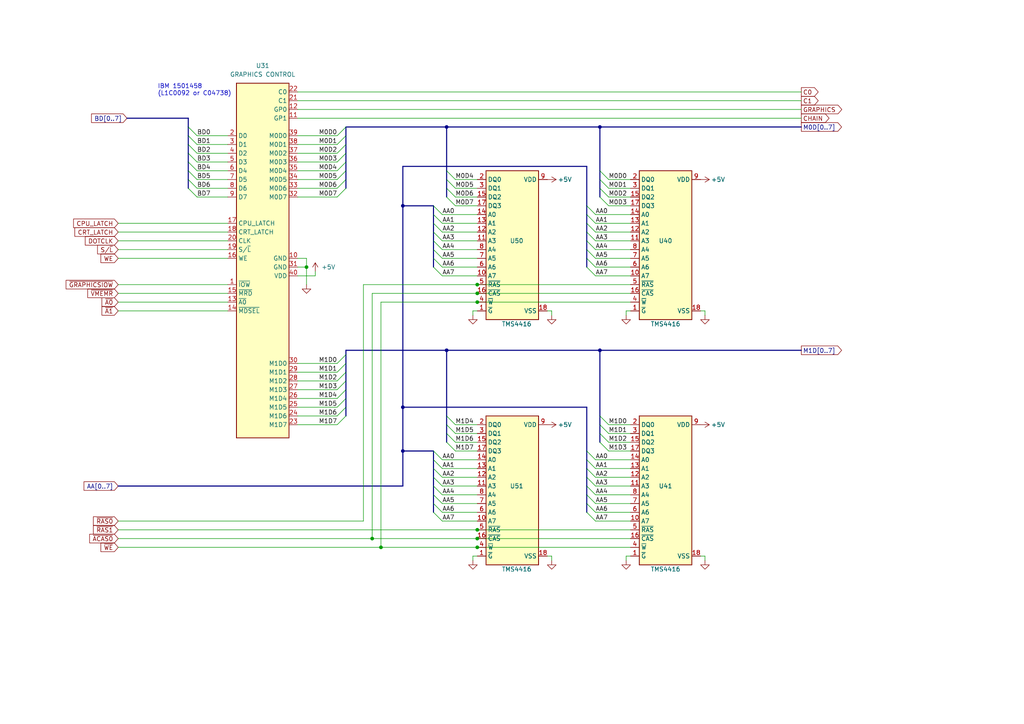
<source format=kicad_sch>
(kicad_sch (version 20230121) (generator eeschema)
  (paper "A4")
  (lib_symbols
    (symbol "EGACard:GRA_CNTL_LSI"
      (property "Reference" "U" (at 2.54 1.27 0))
      (property "Value" "GRAPHICS CONTROL" (at 0 0 0))
      (symbol "GRA_CNTL_LSI_1_1"
        (rectangle (start 0 0) (end 15.24 -102.87) (stroke (width 0.254)) (fill (type background)))
        (pin input line (at -2.54 -58.42 0) (length 2.54) (name "~{IOW}") (number "1"))
        (pin power_in line (at 17.78 -50.8 180) (length 2.54) (name "GND") (number "10"))
        (pin output line (at 17.78 -10.16 180) (length 2.54) (name "GP1") (number "11"))
        (pin output line (at 17.78 -7.62 180) (length 2.54) (name "GP0") (number "12"))
        (pin input line (at -2.54 -63.5 0) (length 2.54) (name "~{A0}") (number "13"))
        (pin input line (at -2.54 -66.04 0) (length 2.54) (name "~{MDSEL}") (number "14"))
        (pin input line (at -2.54 -60.96 0) (length 2.54) (name "~{MRD}") (number "15"))
        (pin input line (at -2.54 -50.8 0) (length 2.54) (name "WE") (number "16"))
        (pin input line (at -2.54 -40.64 0) (length 2.54) (name "CPU_LATCH") (number "17"))
        (pin input line (at -2.54 -43.18 0) (length 2.54) (name "CRT_LATCH") (number "18"))
        (pin input line (at -2.54 -48.26 0) (length 2.54) (name "S/~{L}") (number "19"))
        (pin bidirectional line (at -2.54 -15.24 0) (length 2.54) (name "D0") (number "2"))
        (pin input line (at -2.54 -45.72 0) (length 2.54) (name "CLK") (number "20"))
        (pin output line (at 17.78 -5.08 180) (length 2.54) (name "C1") (number "21"))
        (pin output line (at 17.78 -2.54 180) (length 2.54) (name "C0") (number "22"))
        (pin output line (at 17.78 -99.06 180) (length 2.54) (name "M1D7") (number "23"))
        (pin output line (at 17.78 -96.52 180) (length 2.54) (name "M1D6") (number "24"))
        (pin output line (at 17.78 -93.98 180) (length 2.54) (name "M1D5") (number "25"))
        (pin output line (at 17.78 -91.44 180) (length 2.54) (name "M1D4") (number "26"))
        (pin output line (at 17.78 -88.9 180) (length 2.54) (name "M1D3") (number "27"))
        (pin output line (at 17.78 -86.36 180) (length 2.54) (name "M1D2") (number "28"))
        (pin output line (at 17.78 -83.82 180) (length 2.54) (name "M1D1") (number "29"))
        (pin bidirectional line (at -2.54 -17.78 0) (length 2.54) (name "D1") (number "3"))
        (pin output line (at 17.78 -81.28 180) (length 2.54) (name "M1D0") (number "30"))
        (pin power_in line (at 17.78 -53.34 180) (length 2.54) (name "GND") (number "31"))
        (pin bidirectional line (at 17.78 -33.02 180) (length 2.54) (name "M0D7") (number "32"))
        (pin bidirectional line (at 17.78 -30.48 180) (length 2.54) (name "M0D6") (number "33"))
        (pin bidirectional line (at 17.78 -27.94 180) (length 2.54) (name "M0D5") (number "34"))
        (pin bidirectional line (at 17.78 -25.4 180) (length 2.54) (name "M0D4") (number "35"))
        (pin bidirectional line (at 17.78 -22.86 180) (length 2.54) (name "M0D3") (number "36"))
        (pin bidirectional line (at 17.78 -20.32 180) (length 2.54) (name "M0D2") (number "37"))
        (pin bidirectional line (at 17.78 -17.78 180) (length 2.54) (name "M0D1") (number "38"))
        (pin bidirectional line (at 17.78 -15.24 180) (length 2.54) (name "M0D0") (number "39"))
        (pin bidirectional line (at -2.54 -20.32 0) (length 2.54) (name "D2") (number "4"))
        (pin power_in line (at 17.78 -55.88 180) (length 2.54) (name "VDD") (number "40"))
        (pin bidirectional line (at -2.54 -22.86 0) (length 2.54) (name "D3") (number "5"))
        (pin bidirectional line (at -2.54 -25.4 0) (length 2.54) (name "D4") (number "6"))
        (pin bidirectional line (at -2.54 -27.94 0) (length 2.54) (name "D5") (number "7"))
        (pin bidirectional line (at -2.54 -30.48 0) (length 2.54) (name "D6") (number "8"))
        (pin bidirectional line (at -2.54 -33.02 0) (length 2.54) (name "D7") (number "9"))
      )
    )
    (symbol "EGACard:TMS4416"
      (property "Reference" "U" (at 7.62 -20.32 0))
      (property "Value" "TMS4416" (at 7.62 -44.45 0))
      (symbol "TMS4416_1_1"
        (rectangle (start 0 0) (end 15.24 -43.18) (stroke (width 0.254)) (fill (type background)))
        (pin input line (at -2.54 -40.64 0) (length 2.54) (name "~{G}") (number "1"))
        (pin input line (at -2.54 -30.48 0) (length 2.54) (name "A7") (number "10"))
        (pin input line (at -2.54 -20.32 0) (length 2.54) (name "A3") (number "11"))
        (pin input line (at -2.54 -17.78 0) (length 2.54) (name "A2") (number "12"))
        (pin input line (at -2.54 -15.24 0) (length 2.54) (name "A1") (number "13"))
        (pin input line (at -2.54 -12.7 0) (length 2.54) (name "A0") (number "14"))
        (pin bidirectional line (at -2.54 -7.62 0) (length 2.54) (name "DQ2") (number "15"))
        (pin input line (at -2.54 -35.56 0) (length 2.54) (name "~{CAS}") (number "16"))
        (pin bidirectional line (at -2.54 -10.16 0) (length 2.54) (name "DQ3") (number "17"))
        (pin power_in line (at 17.78 -40.64 180) (length 2.54) (name "VSS") (number "18"))
        (pin bidirectional line (at -2.54 -2.54 0) (length 2.54) (name "DQ0") (number "2"))
        (pin bidirectional line (at -2.54 -5.08 0) (length 2.54) (name "DQ1") (number "3"))
        (pin input line (at -2.54 -38.1 0) (length 2.54) (name "~{W}") (number "4"))
        (pin input line (at -2.54 -33.02 0) (length 2.54) (name "~{RAS}") (number "5"))
        (pin input line (at -2.54 -27.94 0) (length 2.54) (name "A6") (number "6"))
        (pin input line (at -2.54 -25.4 0) (length 2.54) (name "A5") (number "7"))
        (pin input line (at -2.54 -22.86 0) (length 2.54) (name "A4") (number "8"))
        (pin power_in line (at 17.78 -2.54 180) (length 2.54) (name "VDD") (number "9"))
      )
    )
    (symbol "power:+5V" (power) (pin_names (offset 0))
      (property "Value" "+5V" (at 0 3.556 0))
      (symbol "+5V_0_1"
        (polyline (pts (xy -0.762 1.27) (xy 0 2.54)))
        (polyline (pts (xy 0 0) (xy 0 2.54)))
        (polyline (pts (xy 0 2.54) (xy 0.762 1.27)))
      )
      (symbol "+5V_1_1"
        (pin power_in line (at 0 0 90) (length 0) hide (name "+5V") (number "1"))
      )
    )
    (symbol "power:GND" (power) (pin_names (offset 0))
      (property "Value" "GND" (at 0 -3.81 0))
      (symbol "GND_0_1"
        (polyline (pts (xy 0 0) (xy 0 -1.27) (xy 1.27 -1.27) (xy 0 -2.54) (xy -1.27 -1.27) (xy 0 -1.27)))
      )
      (symbol "GND_1_1"
        (pin power_in line (at 0 0 270) (length 0) hide (name "GND") (number "1"))
      )
    )
  )
  (junction (at 107.95 156.21))
  (junction (at 173.99 36.83))
  (junction (at 138.43 82.55))
  (junction (at 116.84 130.81))
  (junction (at 116.84 118.11))
  (junction (at 129.54 36.83))
  (junction (at 138.43 158.75))
  (junction (at 138.43 156.21))
  (junction (at 88.9 77.47))
  (junction (at 110.49 158.75))
  (junction (at 173.99 101.6))
  (junction (at 138.43 87.63))
  (junction (at 138.43 85.09))
  (junction (at 138.43 153.67))
  (junction (at 116.84 59.69))
  (junction (at 129.54 101.6))
  (bus_entry (at 170.18 62.23) (size 2.54 2.54))
  (bus_entry (at 125.73 143.51) (size 2.54 2.54))
  (bus_entry (at 125.73 62.23) (size 2.54 2.54))
  (bus_entry (at 125.73 67.31) (size 2.54 2.54))
  (bus_entry (at 125.73 77.47) (size 2.54 2.54))
  (bus_entry (at 129.54 49.53) (size 2.54 2.54))
  (bus_entry (at 54.61 41.91) (size 2.54 2.54))
  (bus_entry (at 97.79 49.53) (size 2.54 -2.54))
  (bus_entry (at 129.54 52.07) (size 2.54 2.54))
  (bus_entry (at 125.73 72.39) (size 2.54 2.54))
  (bus_entry (at 97.79 52.07) (size 2.54 -2.54))
  (bus_entry (at 125.73 69.85) (size 2.54 2.54))
  (bus_entry (at 170.18 72.39) (size 2.54 2.54))
  (bus_entry (at 129.54 57.15) (size 2.54 2.54))
  (bus_entry (at 129.54 125.73) (size 2.54 2.54))
  (bus_entry (at 173.99 52.07) (size 2.54 2.54))
  (bus_entry (at 170.18 130.81) (size 2.54 2.54))
  (bus_entry (at 97.79 46.99) (size 2.54 -2.54))
  (bus_entry (at 125.73 64.77) (size 2.54 2.54))
  (bus_entry (at 173.99 128.27) (size 2.54 2.54))
  (bus_entry (at 97.79 105.41) (size 2.54 -2.54))
  (bus_entry (at 173.99 57.15) (size 2.54 2.54))
  (bus_entry (at 54.61 44.45) (size 2.54 2.54))
  (bus_entry (at 125.73 140.97) (size 2.54 2.54))
  (bus_entry (at 97.79 120.65) (size 2.54 -2.54))
  (bus_entry (at 54.61 52.07) (size 2.54 2.54))
  (bus_entry (at 170.18 138.43) (size 2.54 2.54))
  (bus_entry (at 129.54 120.65) (size 2.54 2.54))
  (bus_entry (at 170.18 133.35) (size 2.54 2.54))
  (bus_entry (at 170.18 74.93) (size 2.54 2.54))
  (bus_entry (at 170.18 67.31) (size 2.54 2.54))
  (bus_entry (at 97.79 123.19) (size 2.54 -2.54))
  (bus_entry (at 97.79 107.95) (size 2.54 -2.54))
  (bus_entry (at 54.61 54.61) (size 2.54 2.54))
  (bus_entry (at 125.73 130.81) (size 2.54 2.54))
  (bus_entry (at 125.73 59.69) (size 2.54 2.54))
  (bus_entry (at 97.79 54.61) (size 2.54 -2.54))
  (bus_entry (at 97.79 113.03) (size 2.54 -2.54))
  (bus_entry (at 97.79 115.57) (size 2.54 -2.54))
  (bus_entry (at 129.54 128.27) (size 2.54 2.54))
  (bus_entry (at 173.99 54.61) (size 2.54 2.54))
  (bus_entry (at 97.79 118.11) (size 2.54 -2.54))
  (bus_entry (at 125.73 148.59) (size 2.54 2.54))
  (bus_entry (at 170.18 59.69) (size 2.54 2.54))
  (bus_entry (at 54.61 39.37) (size 2.54 2.54))
  (bus_entry (at 173.99 120.65) (size 2.54 2.54))
  (bus_entry (at 170.18 143.51) (size 2.54 2.54))
  (bus_entry (at 54.61 36.83) (size 2.54 2.54))
  (bus_entry (at 54.61 49.53) (size 2.54 2.54))
  (bus_entry (at 170.18 69.85) (size 2.54 2.54))
  (bus_entry (at 129.54 123.19) (size 2.54 2.54))
  (bus_entry (at 125.73 146.05) (size 2.54 2.54))
  (bus_entry (at 97.79 41.91) (size 2.54 -2.54))
  (bus_entry (at 173.99 49.53) (size 2.54 2.54))
  (bus_entry (at 170.18 148.59) (size 2.54 2.54))
  (bus_entry (at 97.79 44.45) (size 2.54 -2.54))
  (bus_entry (at 125.73 135.89) (size 2.54 2.54))
  (bus_entry (at 170.18 77.47) (size 2.54 2.54))
  (bus_entry (at 170.18 64.77) (size 2.54 2.54))
  (bus_entry (at 125.73 133.35) (size 2.54 2.54))
  (bus_entry (at 173.99 123.19) (size 2.54 2.54))
  (bus_entry (at 170.18 135.89) (size 2.54 2.54))
  (bus_entry (at 173.99 125.73) (size 2.54 2.54))
  (bus_entry (at 170.18 146.05) (size 2.54 2.54))
  (bus_entry (at 125.73 138.43) (size 2.54 2.54))
  (bus_entry (at 97.79 110.49) (size 2.54 -2.54))
  (bus_entry (at 97.79 57.15) (size 2.54 -2.54))
  (bus_entry (at 54.61 46.99) (size 2.54 2.54))
  (bus_entry (at 170.18 140.97) (size 2.54 2.54))
  (bus_entry (at 97.79 39.37) (size 2.54 -2.54))
  (bus_entry (at 125.73 74.93) (size 2.54 2.54))
  (bus_entry (at 129.54 54.61) (size 2.54 2.54))
  (bus (pts (xy 170.18 72.39) (xy 170.18 69.85)))
  (wire (pts (xy 128.27 138.43) (xy 138.43 138.43)))
  (bus (pts (xy 125.73 62.23) (xy 125.73 59.69)))
  (bus (pts (xy 125.73 59.69) (xy 116.84 59.69)))
  (bus (pts (xy 125.73 133.35) (xy 125.73 130.81)))
  (wire (pts (xy 204.47 90.17) (xy 204.47 91.44)))
  (wire (pts (xy 128.27 135.89) (xy 138.43 135.89)))
  (wire (pts (xy 176.53 59.69) (xy 182.88 59.69)))
  (wire (pts (xy 86.36 41.91) (xy 97.79 41.91)))
  (bus (pts (xy 54.61 39.37) (xy 54.61 36.83)))
  (wire (pts (xy 86.36 77.47) (xy 88.9 77.47)))
  (bus (pts (xy 125.73 77.47) (xy 125.73 74.93)))
  (wire (pts (xy 176.53 52.07) (xy 182.88 52.07)))
  (wire (pts (xy 172.72 69.85) (xy 182.88 69.85)))
  (wire (pts (xy 57.15 44.45) (xy 66.04 44.45)))
  (bus (pts (xy 125.73 140.97) (xy 125.73 138.43)))
  (wire (pts (xy 57.15 46.99) (xy 66.04 46.99)))
  (bus (pts (xy 125.73 69.85) (xy 125.73 67.31)))
  (wire (pts (xy 86.36 113.03) (xy 97.79 113.03)))
  (wire (pts (xy 86.36 39.37) (xy 97.79 39.37)))
  (wire (pts (xy 138.43 87.63) (xy 182.88 87.63)))
  (wire (pts (xy 203.2 90.17) (xy 204.47 90.17)))
  (bus (pts (xy 170.18 133.35) (xy 170.18 130.81)))
  (wire (pts (xy 128.27 72.39) (xy 138.43 72.39)))
  (wire (pts (xy 128.27 64.77) (xy 138.43 64.77)))
  (wire (pts (xy 34.29 85.09) (xy 66.04 85.09)))
  (bus (pts (xy 100.33 41.91) (xy 100.33 39.37)))
  (wire (pts (xy 204.47 161.29) (xy 204.47 162.56)))
  (wire (pts (xy 172.72 143.51) (xy 182.88 143.51)))
  (wire (pts (xy 138.43 90.17) (xy 137.16 90.17)))
  (wire (pts (xy 86.36 74.93) (xy 88.9 74.93)))
  (bus (pts (xy 100.33 105.41) (xy 100.33 102.87)))
  (wire (pts (xy 172.72 74.93) (xy 182.88 74.93)))
  (bus (pts (xy 170.18 64.77) (xy 170.18 62.23)))
  (bus (pts (xy 173.99 125.73) (xy 173.99 128.27)))
  (wire (pts (xy 86.36 118.11) (xy 97.79 118.11)))
  (bus (pts (xy 125.73 74.93) (xy 125.73 72.39)))
  (wire (pts (xy 181.61 90.17) (xy 181.61 91.44)))
  (wire (pts (xy 181.61 161.29) (xy 181.61 162.56)))
  (bus (pts (xy 116.84 59.69) (xy 116.84 48.26)))
  (bus (pts (xy 170.18 148.59) (xy 170.18 146.05)))
  (wire (pts (xy 132.08 57.15) (xy 138.43 57.15)))
  (wire (pts (xy 110.49 87.63) (xy 138.43 87.63)))
  (bus (pts (xy 173.99 52.07) (xy 173.99 54.61)))
  (bus (pts (xy 100.33 118.11) (xy 100.33 115.57)))
  (wire (pts (xy 132.08 125.73) (xy 138.43 125.73)))
  (wire (pts (xy 172.72 62.23) (xy 182.88 62.23)))
  (wire (pts (xy 137.16 161.29) (xy 137.16 162.56)))
  (bus (pts (xy 100.33 36.83) (xy 129.54 36.83)))
  (wire (pts (xy 172.72 138.43) (xy 182.88 138.43)))
  (wire (pts (xy 34.29 64.77) (xy 66.04 64.77)))
  (bus (pts (xy 125.73 146.05) (xy 125.73 143.51)))
  (bus (pts (xy 100.33 102.87) (xy 100.33 101.6)))
  (bus (pts (xy 100.33 54.61) (xy 100.33 52.07)))
  (bus (pts (xy 125.73 64.77) (xy 125.73 62.23)))
  (bus (pts (xy 125.73 72.39) (xy 125.73 69.85)))
  (wire (pts (xy 128.27 77.47) (xy 138.43 77.47)))
  (bus (pts (xy 129.54 125.73) (xy 129.54 128.27)))
  (wire (pts (xy 34.29 69.85) (xy 66.04 69.85)))
  (wire (pts (xy 138.43 153.67) (xy 182.88 153.67)))
  (wire (pts (xy 86.36 105.41) (xy 97.79 105.41)))
  (wire (pts (xy 172.72 77.47) (xy 182.88 77.47)))
  (bus (pts (xy 100.33 44.45) (xy 100.33 41.91)))
  (wire (pts (xy 172.72 148.59) (xy 182.88 148.59)))
  (wire (pts (xy 105.41 82.55) (xy 105.41 151.13)))
  (bus (pts (xy 125.73 138.43) (xy 125.73 135.89)))
  (bus (pts (xy 125.73 135.89) (xy 125.73 133.35)))
  (wire (pts (xy 176.53 54.61) (xy 182.88 54.61)))
  (wire (pts (xy 34.29 72.39) (xy 66.04 72.39)))
  (wire (pts (xy 128.27 143.51) (xy 138.43 143.51)))
  (bus (pts (xy 129.54 101.6) (xy 129.54 120.65)))
  (wire (pts (xy 86.36 54.61) (xy 97.79 54.61)))
  (bus (pts (xy 125.73 143.51) (xy 125.73 140.97)))
  (bus (pts (xy 100.33 46.99) (xy 100.33 44.45)))
  (wire (pts (xy 34.29 158.75) (xy 110.49 158.75)))
  (wire (pts (xy 172.72 135.89) (xy 182.88 135.89)))
  (bus (pts (xy 170.18 67.31) (xy 170.18 64.77)))
  (bus (pts (xy 170.18 146.05) (xy 170.18 143.51)))
  (wire (pts (xy 138.43 82.55) (xy 105.41 82.55)))
  (wire (pts (xy 158.75 90.17) (xy 160.02 90.17)))
  (bus (pts (xy 173.99 123.19) (xy 173.99 125.73)))
  (wire (pts (xy 86.36 123.19) (xy 97.79 123.19)))
  (bus (pts (xy 170.18 62.23) (xy 170.18 59.69)))
  (wire (pts (xy 138.43 85.09) (xy 182.88 85.09)))
  (wire (pts (xy 110.49 158.75) (xy 138.43 158.75)))
  (bus (pts (xy 129.54 123.19) (xy 129.54 125.73)))
  (wire (pts (xy 132.08 123.19) (xy 138.43 123.19)))
  (wire (pts (xy 182.88 90.17) (xy 181.61 90.17)))
  (bus (pts (xy 54.61 46.99) (xy 54.61 44.45)))
  (wire (pts (xy 172.72 133.35) (xy 182.88 133.35)))
  (bus (pts (xy 173.99 54.61) (xy 173.99 57.15)))
  (wire (pts (xy 138.43 161.29) (xy 137.16 161.29)))
  (bus (pts (xy 54.61 49.53) (xy 54.61 46.99)))
  (bus (pts (xy 100.33 49.53) (xy 100.33 46.99)))
  (wire (pts (xy 158.75 161.29) (xy 160.02 161.29)))
  (wire (pts (xy 86.36 52.07) (xy 97.79 52.07)))
  (bus (pts (xy 54.61 41.91) (xy 54.61 39.37)))
  (bus (pts (xy 129.54 52.07) (xy 129.54 54.61)))
  (bus (pts (xy 54.61 36.83) (xy 54.61 34.29)))
  (wire (pts (xy 86.36 57.15) (xy 97.79 57.15)))
  (bus (pts (xy 173.99 36.83) (xy 232.41 36.83)))
  (wire (pts (xy 182.88 161.29) (xy 181.61 161.29)))
  (bus (pts (xy 173.99 101.6) (xy 232.41 101.6)))
  (wire (pts (xy 107.95 85.09) (xy 107.95 156.21)))
  (bus (pts (xy 170.18 143.51) (xy 170.18 140.97)))
  (wire (pts (xy 57.15 49.53) (xy 66.04 49.53)))
  (wire (pts (xy 128.27 146.05) (xy 138.43 146.05)))
  (bus (pts (xy 173.99 36.83) (xy 173.99 49.53)))
  (wire (pts (xy 86.36 29.21) (xy 232.41 29.21)))
  (wire (pts (xy 88.9 77.47) (xy 88.9 82.55)))
  (bus (pts (xy 129.54 49.53) (xy 129.54 52.07)))
  (wire (pts (xy 34.29 87.63) (xy 66.04 87.63)))
  (bus (pts (xy 100.33 107.95) (xy 100.33 105.41)))
  (wire (pts (xy 86.36 44.45) (xy 97.79 44.45)))
  (wire (pts (xy 91.44 78.74) (xy 91.44 80.01)))
  (bus (pts (xy 54.61 44.45) (xy 54.61 41.91)))
  (bus (pts (xy 54.61 52.07) (xy 54.61 49.53)))
  (wire (pts (xy 132.08 52.07) (xy 138.43 52.07)))
  (bus (pts (xy 100.33 115.57) (xy 100.33 113.03)))
  (wire (pts (xy 138.43 82.55) (xy 182.88 82.55)))
  (bus (pts (xy 54.61 54.61) (xy 54.61 52.07)))
  (bus (pts (xy 129.54 54.61) (xy 129.54 57.15)))
  (bus (pts (xy 116.84 59.69) (xy 116.84 118.11)))
  (wire (pts (xy 86.36 110.49) (xy 97.79 110.49)))
  (wire (pts (xy 176.53 123.19) (xy 182.88 123.19)))
  (bus (pts (xy 170.18 138.43) (xy 170.18 135.89)))
  (wire (pts (xy 172.72 72.39) (xy 182.88 72.39)))
  (bus (pts (xy 129.54 101.6) (xy 173.99 101.6)))
  (wire (pts (xy 203.2 161.29) (xy 204.47 161.29)))
  (wire (pts (xy 172.72 140.97) (xy 182.88 140.97)))
  (bus (pts (xy 100.33 52.07) (xy 100.33 49.53)))
  (bus (pts (xy 116.84 130.81) (xy 116.84 140.97)))
  (bus (pts (xy 116.84 48.26) (xy 170.18 48.26)))
  (wire (pts (xy 57.15 39.37) (xy 66.04 39.37)))
  (wire (pts (xy 138.43 85.09) (xy 107.95 85.09)))
  (wire (pts (xy 86.36 26.67) (xy 232.41 26.67)))
  (wire (pts (xy 88.9 74.93) (xy 88.9 77.47)))
  (wire (pts (xy 34.29 90.17) (xy 66.04 90.17)))
  (wire (pts (xy 176.53 125.73) (xy 182.88 125.73)))
  (wire (pts (xy 176.53 130.81) (xy 182.88 130.81)))
  (wire (pts (xy 172.72 146.05) (xy 182.88 146.05)))
  (wire (pts (xy 160.02 162.56) (xy 160.02 161.29)))
  (wire (pts (xy 172.72 64.77) (xy 182.88 64.77)))
  (wire (pts (xy 128.27 148.59) (xy 138.43 148.59)))
  (wire (pts (xy 128.27 140.97) (xy 138.43 140.97)))
  (bus (pts (xy 170.18 135.89) (xy 170.18 133.35)))
  (wire (pts (xy 172.72 80.01) (xy 182.88 80.01)))
  (wire (pts (xy 138.43 158.75) (xy 182.88 158.75)))
  (bus (pts (xy 173.99 120.65) (xy 173.99 123.19)))
  (bus (pts (xy 100.33 101.6) (xy 129.54 101.6)))
  (wire (pts (xy 172.72 67.31) (xy 182.88 67.31)))
  (wire (pts (xy 105.41 151.13) (xy 34.29 151.13)))
  (bus (pts (xy 170.18 118.11) (xy 170.18 130.81)))
  (bus (pts (xy 173.99 49.53) (xy 173.99 52.07)))
  (wire (pts (xy 110.49 158.75) (xy 110.49 87.63)))
  (wire (pts (xy 132.08 128.27) (xy 138.43 128.27)))
  (wire (pts (xy 128.27 133.35) (xy 138.43 133.35)))
  (wire (pts (xy 86.36 107.95) (xy 97.79 107.95)))
  (wire (pts (xy 132.08 59.69) (xy 138.43 59.69)))
  (bus (pts (xy 125.73 148.59) (xy 125.73 146.05)))
  (wire (pts (xy 128.27 80.01) (xy 138.43 80.01)))
  (wire (pts (xy 34.29 74.93) (xy 66.04 74.93)))
  (bus (pts (xy 170.18 140.97) (xy 170.18 138.43)))
  (wire (pts (xy 34.29 82.55) (xy 66.04 82.55)))
  (wire (pts (xy 57.15 54.61) (xy 66.04 54.61)))
  (wire (pts (xy 132.08 54.61) (xy 138.43 54.61)))
  (bus (pts (xy 129.54 120.65) (xy 129.54 123.19)))
  (wire (pts (xy 128.27 74.93) (xy 138.43 74.93)))
  (wire (pts (xy 176.53 57.15) (xy 182.88 57.15)))
  (wire (pts (xy 34.29 67.31) (xy 66.04 67.31)))
  (bus (pts (xy 116.84 118.11) (xy 116.84 130.81)))
  (bus (pts (xy 100.33 39.37) (xy 100.33 36.83)))
  (wire (pts (xy 86.36 34.29) (xy 232.41 34.29)))
  (bus (pts (xy 170.18 69.85) (xy 170.18 67.31)))
  (bus (pts (xy 100.33 113.03) (xy 100.33 110.49)))
  (bus (pts (xy 116.84 130.81) (xy 125.73 130.81)))
  (wire (pts (xy 138.43 156.21) (xy 182.88 156.21)))
  (bus (pts (xy 173.99 101.6) (xy 173.99 120.65)))
  (wire (pts (xy 57.15 41.91) (xy 66.04 41.91)))
  (bus (pts (xy 116.84 140.97) (xy 34.29 140.97)))
  (wire (pts (xy 160.02 91.44) (xy 160.02 90.17)))
  (bus (pts (xy 170.18 48.26) (xy 170.18 59.69)))
  (bus (pts (xy 129.54 36.83) (xy 129.54 49.53)))
  (wire (pts (xy 107.95 156.21) (xy 34.29 156.21)))
  (wire (pts (xy 176.53 128.27) (xy 182.88 128.27)))
  (bus (pts (xy 116.84 118.11) (xy 170.18 118.11)))
  (wire (pts (xy 86.36 120.65) (xy 97.79 120.65)))
  (bus (pts (xy 125.73 67.31) (xy 125.73 64.77)))
  (bus (pts (xy 170.18 77.47) (xy 170.18 74.93)))
  (wire (pts (xy 86.36 49.53) (xy 97.79 49.53)))
  (bus (pts (xy 170.18 74.93) (xy 170.18 72.39)))
  (wire (pts (xy 86.36 115.57) (xy 97.79 115.57)))
  (wire (pts (xy 34.29 153.67) (xy 138.43 153.67)))
  (wire (pts (xy 107.95 156.21) (xy 138.43 156.21)))
  (wire (pts (xy 137.16 90.17) (xy 137.16 91.44)))
  (wire (pts (xy 86.36 31.75) (xy 232.41 31.75)))
  (wire (pts (xy 128.27 67.31) (xy 138.43 67.31)))
  (wire (pts (xy 132.08 130.81) (xy 138.43 130.81)))
  (wire (pts (xy 57.15 57.15) (xy 66.04 57.15)))
  (wire (pts (xy 128.27 151.13) (xy 138.43 151.13)))
  (wire (pts (xy 86.36 46.99) (xy 97.79 46.99)))
  (wire (pts (xy 172.72 151.13) (xy 182.88 151.13)))
  (bus (pts (xy 129.54 36.83) (xy 173.99 36.83)))
  (wire (pts (xy 128.27 69.85) (xy 138.43 69.85)))
  (bus (pts (xy 100.33 120.65) (xy 100.33 118.11)))
  (bus (pts (xy 100.33 110.49) (xy 100.33 107.95)))
  (wire (pts (xy 86.36 80.01) (xy 91.44 80.01)))
  (wire (pts (xy 57.15 52.07) (xy 66.04 52.07)))
  (bus (pts (xy 36.83 34.29) (xy 54.61 34.29)))
  (wire (pts (xy 128.27 62.23) (xy 138.43 62.23)))
  (text "IBM 1501458\n(L1C0092 or C04738)" (at 45.72 27.94 0) (effects (font (size 1.27 1.27)) (justify left bottom)))
  (label "BD0" (at 57.15 39.37 0))
  (label "M0D1" (at 176.53 54.61 0))
  (label "M0D3" (at 176.53 59.69 0))
  (label "AA5" (at 128.27 74.93 0))
  (label "AA2" (at 172.72 138.43 0))
  (label "M0D7" (at 97.79 57.15 180))
  (label "M0D7" (at 132.08 59.69 0))
  (label "M0D6" (at 132.08 57.15 0))
  (label "M1D7" (at 132.08 130.81 0))
  (label "BD4" (at 57.15 49.53 0))
  (label "M0D2" (at 97.79 44.45 180))
  (label "BD3" (at 57.15 46.99 0))
  (label "AA0" (at 128.27 62.23 0))
  (label "AA5" (at 172.72 74.93 0))
  (label "M0D3" (at 97.79 46.99 180))
  (label "AA4" (at 172.72 72.39 0))
  (label "AA6" (at 128.27 148.59 0))
  (label "BD6" (at 57.15 54.61 0))
  (label "AA4" (at 128.27 143.51 0))
  (label "AA2" (at 128.27 67.31 0))
  (label "M0D4" (at 132.08 52.07 0))
  (label "M1D2" (at 176.53 128.27 0))
  (label "M1D0" (at 97.79 105.41 180))
  (label "M1D1" (at 176.53 125.73 0))
  (label "AA4" (at 128.27 72.39 0))
  (label "AA6" (at 172.72 77.47 0))
  (label "M0D2" (at 176.53 57.15 0))
  (label "AA3" (at 172.72 140.97 0))
  (label "AA7" (at 128.27 151.13 0))
  (label "AA6" (at 128.27 77.47 0))
  (label "AA3" (at 128.27 69.85 0))
  (label "M1D3" (at 97.79 113.03 180))
  (label "AA1" (at 128.27 64.77 0))
  (label "AA7" (at 172.72 80.01 0))
  (label "AA2" (at 172.72 67.31 0))
  (label "AA7" (at 128.27 80.01 0))
  (label "M0D4" (at 97.79 49.53 180))
  (label "M0D0" (at 176.53 52.07 0))
  (label "BD7" (at 57.15 57.15 0))
  (label "BD1" (at 57.15 41.91 0))
  (label "M1D1" (at 97.79 107.95 180))
  (label "BD5" (at 57.15 52.07 0))
  (label "BD2" (at 57.15 44.45 0))
  (label "AA0" (at 172.72 133.35 0))
  (label "AA5" (at 128.27 146.05 0))
  (label "AA3" (at 128.27 140.97 0))
  (label "M0D5" (at 97.79 52.07 180))
  (label "AA2" (at 128.27 138.43 0))
  (label "M1D5" (at 132.08 125.73 0))
  (label "M0D5" (at 132.08 54.61 0))
  (label "AA6" (at 172.72 148.59 0))
  (label "M1D2" (at 97.79 110.49 180))
  (label "M0D1" (at 97.79 41.91 180))
  (label "AA0" (at 172.72 62.23 0))
  (label "M1D4" (at 97.79 115.57 180))
  (label "AA3" (at 172.72 69.85 0))
  (label "AA1" (at 128.27 135.89 0))
  (label "M1D0" (at 176.53 123.19 0))
  (label "M1D6" (at 97.79 120.65 180))
  (label "AA7" (at 172.72 151.13 0))
  (label "M0D6" (at 97.79 54.61 180))
  (label "M1D4" (at 132.08 123.19 0))
  (label "M1D5" (at 97.79 118.11 180))
  (label "AA1" (at 172.72 64.77 0))
  (label "AA5" (at 172.72 146.05 0))
  (label "AA0" (at 128.27 133.35 0))
  (label "M1D3" (at 176.53 130.81 0))
  (label "AA4" (at 172.72 143.51 0))
  (label "M1D7" (at 97.79 123.19 180))
  (label "M0D0" (at 97.79 39.37 180))
  (label "AA1" (at 172.72 135.89 0))
  (label "M1D6" (at 132.08 128.27 0))
  (global_label "~{ACAS0}" (shape input) (at 34.29 156.21 180) (property "Intersheetrefs" "${INTERSHEET_REFS}" (at 25.4386 156.21 0) (effects (justify right))))
  (global_label "~{GRAPHICSIOW}" (shape input) (at 34.29 82.55 180) (property "Intersheetrefs" "${INTERSHEET_REFS}" (at 18.6047 82.55 0) (effects (justify right))))
  (global_label "~{VMEMR}" (shape input) (at 34.29 85.09 180) (property "Intersheetrefs" "${INTERSHEET_REFS}" (at 24.8944 85.09 0) (effects (justify right))))
  (global_label "DOTCLK" (shape input) (at 34.29 69.85 180) (property "Intersheetrefs" "${INTERSHEET_REFS}" (at 24.1686 69.85 0) (effects (justify right))))
  (global_label "WE" (shape input) (at 34.29 74.93 180) (property "Intersheetrefs" "${INTERSHEET_REFS}" (at 28.7044 74.93 0) (effects (justify right))))
  (global_label "C1" (shape output) (at 232.41 29.21 0) (property "Intersheetrefs" "${INTERSHEET_REFS}" (at 237.8747 29.21 0) (effects (justify left))))
  (global_label "~{RAS1}" (shape input) (at 34.29 153.67 180) (property "Intersheetrefs" "${INTERSHEET_REFS}" (at 26.5272 153.67 0) (effects (justify right))))
  (global_label "BD[0..7]" (shape input) (at 36.83 34.29 180) (property "Intersheetrefs" "${INTERSHEET_REFS}" (at 25.9828 34.29 0) (effects (justify right))))
  (global_label "GRAPHICS" (shape output) (at 232.41 31.75 0) (property "Intersheetrefs" "${INTERSHEET_REFS}" (at 244.7086 31.75 0) (effects (justify left))))
  (global_label "C0" (shape output) (at 232.41 26.67 0) (property "Intersheetrefs" "${INTERSHEET_REFS}" (at 237.8747 26.67 0) (effects (justify left))))
  (global_label "~{A0}" (shape input) (at 34.29 87.63 180) (property "Intersheetrefs" "${INTERSHEET_REFS}" (at 29.0067 87.63 0) (effects (justify right))))
  (global_label "CHAIN" (shape output) (at 232.41 34.29 0) (property "Intersheetrefs" "${INTERSHEET_REFS}" (at 241.0196 34.29 0) (effects (justify left))))
  (global_label "S{slash}~{L}" (shape input) (at 34.29 72.39 180) (property "Intersheetrefs" "${INTERSHEET_REFS}" (at 27.7367 72.39 0) (effects (justify right))))
  (global_label "CPU_LATCH" (shape input) (at 34.29 64.77 180) (property "Intersheetrefs" "${INTERSHEET_REFS}" (at 20.7819 64.77 0) (effects (justify right))))
  (global_label "CRT_LATCH" (shape input) (at 34.29 67.31 180) (property "Intersheetrefs" "${INTERSHEET_REFS}" (at 21.1448 67.31 0) (effects (justify right))))
  (global_label "~{RAS0}" (shape input) (at 34.29 151.13 180) (property "Intersheetrefs" "${INTERSHEET_REFS}" (at 26.5272 151.13 0) (effects (justify right))))
  (global_label "AA[0..7]" (shape input) (at 34.29 140.97 180) (property "Intersheetrefs" "${INTERSHEET_REFS}" (at 23.8056 140.97 0) (effects (justify right))))
  (global_label "~{A1}" (shape input) (at 34.29 90.17 180) (property "Intersheetrefs" "${INTERSHEET_REFS}" (at 29.0067 90.17 0) (effects (justify right))))
  (global_label "M0D[0..7]" (shape output) (at 232.41 36.83 0) (property "Intersheetrefs" "${INTERSHEET_REFS}" (at 244.6481 36.83 0) (effects (justify left))))
  (global_label "~{WE}" (shape input) (at 34.29 158.75 180) (property "Intersheetrefs" "${INTERSHEET_REFS}" (at 28.7044 158.75 0) (effects (justify right))))
  (global_label "M1D[0..7]" (shape output) (at 232.41 101.6 0) (property "Intersheetrefs" "${INTERSHEET_REFS}" (at 244.6481 101.6 0) (effects (justify left))))
  (symbol (lib_id "power:+5V") (at 91.44 78.74 0) (unit 1)
    (property "Reference" "#PWR065" (effects hide))
    (property "Value" "+5V" (at 95.25 77.47 0))
    (instances (project "EGACard" (path "" (reference "#PWR065") (unit 1)) (path "" (reference "#PWR071") (unit 1))))
  )
  (symbol (lib_id "power:GND") (at 137.16 162.56 0) (unit 1)
    (property "Reference" "#PWR066" (effects hide))
    (property "Value" "GND" (effects hide))
    (instances (project "EGACard" (path "" (reference "#PWR066") (unit 1)) (path "" (reference "#PWR077") (unit 1))))
  )
  (symbol (lib_id "power:+5V") (at 158.75 52.07 270) (unit 1)
    (property "Reference" "#PWR065" (effects hide))
    (property "Value" "+5V" (at 163.83 52.07 90))
    (instances (project "EGACard" (path "" (reference "#PWR065") (unit 1)) (path "" (reference "#PWR072") (unit 1))))
  )
  (symbol (lib_id "power:+5V") (at 158.75 123.19 270) (unit 1)
    (property "Reference" "#PWR065" (effects hide))
    (property "Value" "+5V" (at 163.83 123.19 90))
    (instances (project "EGACard" (path "" (reference "#PWR065") (unit 1)) (path "" (reference "#PWR078") (unit 1))))
  )
  (symbol (lib_id "power:+5V") (at 203.2 52.07 270) (unit 1)
    (property "Reference" "#PWR065" (effects hide))
    (property "Value" "+5V" (at 208.28 52.07 90))
    (instances (project "EGACard" (path "" (reference "#PWR065") (unit 1)) (path "" (reference "#PWR073") (unit 1))))
  )
  (symbol (lib_id "EGACard:TMS4416") (at 185.42 49.53 0) (unit 1)
    (property "Reference" "U40" (at 193.04 69.85 0))
    (property "Value" "TMS4416" (at 193.04 93.98 0))
    (property "Footprint" "EGACard:DIP254P762X635-18" (effects hide))
  )
  (symbol (lib_id "power:GND") (at 181.61 91.44 0) (unit 1)
    (property "Reference" "#PWR066" (effects hide))
    (property "Value" "GND" (effects hide))
    (instances (project "EGACard" (path "" (reference "#PWR066") (unit 1)) (path "" (reference "#PWR0137") (unit 1))))
  )
  (symbol (lib_id "power:+5V") (at 203.2 123.19 270) (unit 1)
    (property "Reference" "#PWR065" (effects hide))
    (property "Value" "+5V" (at 208.28 123.19 90))
    (instances (project "EGACard" (path "" (reference "#PWR065") (unit 1)) (path "" (reference "#PWR080") (unit 1))))
  )
  (symbol (lib_id "EGACard:TMS4416") (at 185.42 120.65 0) (unit 1)
    (property "Reference" "U41" (at 193.04 140.97 0))
    (property "Value" "TMS4416" (at 193.04 165.1 0))
    (property "Footprint" "EGACard:DIP254P762X635-18" (effects hide))
  )
  (symbol (lib_id "power:GND") (at 137.16 91.44 0) (unit 1)
    (property "Reference" "#PWR066" (effects hide))
    (property "Value" "GND" (effects hide))
    (instances (project "EGACard" (path "" (reference "#PWR066") (unit 1)) (path "" (reference "#PWR076") (unit 1))))
  )
  (symbol (lib_id "EGACard:TMS4416") (at 140.97 120.65 0) (unit 1)
    (property "Reference" "U51" (at 149.86 140.97 0))
    (property "Value" "TMS4416" (at 149.86 165.1 0))
    (property "Footprint" "EGACard:DIP254P762X635-18" (effects hide))
  )
  (symbol (lib_id "power:GND") (at 204.47 162.56 0) (unit 1)
    (property "Reference" "#PWR066" (effects hide))
    (property "Value" "GND" (effects hide))
    (instances (project "EGACard" (path "" (reference "#PWR066") (unit 1)) (path "" (reference "#PWR081") (unit 1))))
  )
  (symbol (lib_id "power:GND") (at 88.9 82.55 0) (unit 1)
    (property "Reference" "#PWR066" (effects hide))
    (property "Value" "GND" (effects hide))
    (instances (project "EGACard" (path "" (reference "#PWR066") (unit 1)) (path "" (reference "#PWR070") (unit 1))))
  )
  (symbol (lib_id "EGACard:GRA_CNTL_LSI") (at 68.58 24.13 0) (unit 1)
    (property "Reference" "U31" (at 76.2 19.05 0))
    (property "Value" "GRAPHICS CONTROL" (at 76.2 21.59 0))
    (property "Footprint" "EGACard:DIP254P1524X635-40" (effects hide))
  )
  (symbol (lib_id "power:GND") (at 181.61 162.56 0) (unit 1)
    (property "Reference" "#PWR066" (effects hide))
    (property "Value" "GND" (effects hide))
    (instances (project "EGACard" (path "" (reference "#PWR066") (unit 1)) (path "" (reference "#PWR0136") (unit 1))))
  )
  (symbol (lib_id "power:GND") (at 160.02 162.56 0) (unit 1)
    (property "Reference" "#PWR066" (effects hide))
    (property "Value" "GND" (effects hide))
    (instances (project "EGACard" (path "" (reference "#PWR066") (unit 1)) (path "" (reference "#PWR079") (unit 1))))
  )
  (symbol (lib_id "power:GND") (at 160.02 91.44 0) (unit 1)
    (property "Reference" "#PWR066" (effects hide))
    (property "Value" "GND" (effects hide))
    (instances (project "EGACard" (path "" (reference "#PWR066") (unit 1)) (path "" (reference "#PWR074") (unit 1))))
  )
  (symbol (lib_id "EGACard:TMS4416") (at 140.97 49.53 0) (unit 1)
    (property "Reference" "U50" (at 149.86 69.85 0))
    (property "Value" "TMS4416" (at 149.86 93.98 0))
    (property "Footprint" "EGACard:DIP254P762X635-18" (effects hide))
  )
  (symbol (lib_id "power:GND") (at 204.47 91.44 0) (unit 1)
    (property "Reference" "#PWR066" (effects hide))
    (property "Value" "GND" (effects hide))
    (instances (project "EGACard" (path "" (reference "#PWR066") (unit 1)) (path "" (reference "#PWR075") (unit 1))))
  )
)
</source>
